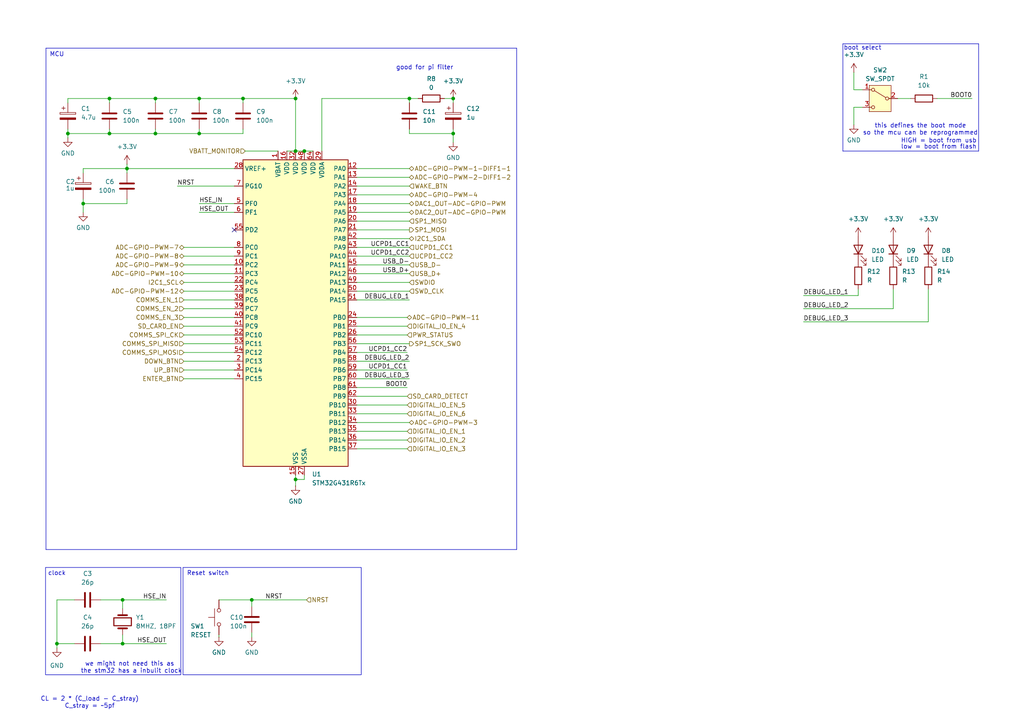
<source format=kicad_sch>
(kicad_sch (version 20231120) (generator "eeschema") (generator_version "8.0")
  (paper "A4")
  (lib_symbols
    (symbol "+3.3V_1" (power) (pin_numbers hide) (pin_names (offset 0) hide)
      (property "Value" "+3.3V" (at 0 3.556 0))
      (symbol "+3.3V_1_0_1"
        (polyline (pts (xy -0.762 1.27) (xy 0 2.54)))
        (polyline (pts (xy 0 0) (xy 0 2.54)))
        (polyline (pts (xy 0 2.54) (xy 0.762 1.27)))
      )
      (symbol "+3.3V_1_1_1"
        (pin power_in line (at 0 0 90) (length 0) (name "~") (number "1"))
      )
    )
    (symbol "Device:C" (pin_numbers hide) (pin_names (offset 0.254))
      (property "Reference" "C" (at 0.635 2.54 0))
      (property "Value" "C" (at 0.635 -2.54 0))
      (symbol "C_0_1"
        (polyline (pts (xy -2.032 -0.762) (xy 2.032 -0.762)) (stroke (width 0.508)))
        (polyline (pts (xy -2.032 0.762) (xy 2.032 0.762)) (stroke (width 0.508)))
      )
      (symbol "C_1_1"
        (pin passive line (at 0 3.81 270) (length 2.794) (name "~") (number "1"))
        (pin passive line (at 0 -3.81 90) (length 2.794) (name "~") (number "2"))
      )
    )
    (symbol "Device:C_Polarized" (pin_numbers hide) (pin_names (offset 0.254))
      (property "Reference" "C" (at 0.635 2.54 0))
      (property "Value" "C_Polarized" (at 0.635 -2.54 0))
      (symbol "C_Polarized_0_1"
        (rectangle (start -2.286 0.508) (end 2.286 1.016))
        (polyline (pts (xy -1.778 2.286) (xy -0.762 2.286)))
        (polyline (pts (xy -1.27 2.794) (xy -1.27 1.778)))
        (rectangle (start 2.286 -0.508) (end -2.286 -1.016) (fill (type outline)))
      )
      (symbol "C_Polarized_1_1"
        (pin passive line (at 0 3.81 270) (length 2.794) (name "~") (number "1"))
        (pin passive line (at 0 -3.81 90) (length 2.794) (name "~") (number "2"))
      )
    )
    (symbol "Device:Crystal" (pin_numbers hide) (pin_names (offset 1.016) hide)
      (property "Reference" "Y" (at 0 3.81 0))
      (property "Value" "Crystal" (at 0 -3.81 0))
      (symbol "Crystal_0_1"
        (rectangle (start -1.143 2.54) (end 1.143 -2.54) (stroke (width 0.3048)))
        (polyline (pts (xy -2.54 0) (xy -1.905 0)))
        (polyline (pts (xy -1.905 -1.27) (xy -1.905 1.27)) (stroke (width 0.508)))
        (polyline (pts (xy 1.905 -1.27) (xy 1.905 1.27)) (stroke (width 0.508)))
        (polyline (pts (xy 2.54 0) (xy 1.905 0)))
      )
      (symbol "Crystal_1_1"
        (pin passive line (at -3.81 0 0) (length 1.27) (name "1") (number "1"))
        (pin passive line (at 3.81 0 180) (length 1.27) (name "2") (number "2"))
      )
    )
    (symbol "Device:LED" (pin_numbers hide) (pin_names (offset 1.016) hide)
      (property "Reference" "D" (at 0 2.54 0))
      (property "Value" "LED" (at 0 -2.54 0))
      (symbol "LED_0_1"
        (polyline (pts (xy -1.27 -1.27) (xy -1.27 1.27)) (stroke (width 0.254)))
        (polyline (pts (xy -1.27 0) (xy 1.27 0)))
        (polyline (pts (xy 1.27 -1.27) (xy 1.27 1.27) (xy -1.27 0) (xy 1.27 -1.27)) (stroke (width 0.254)))
        (polyline (pts (xy -3.048 -0.762) (xy -4.572 -2.286) (xy -3.81 -2.286) (xy -4.572 -2.286) (xy -4.572 -1.524)))
        (polyline (pts (xy -1.778 -0.762) (xy -3.302 -2.286) (xy -2.54 -2.286) (xy -3.302 -2.286) (xy -3.302 -1.524)))
      )
      (symbol "LED_1_1"
        (pin passive line (at -3.81 0 0) (length 2.54) (name "K") (number "1"))
        (pin passive line (at 3.81 0 180) (length 2.54) (name "A") (number "2"))
      )
    )
    (symbol "Device:R" (pin_numbers hide) (pin_names (offset 0))
      (property "Reference" "R" (at 2.032 0 90))
      (property "Value" "R" (at 0 0 90))
      (symbol "R_0_1"
        (rectangle (start -1.016 -2.54) (end 1.016 2.54) (stroke (width 0.254)))
      )
      (symbol "R_1_1"
        (pin passive line (at 0 3.81 270) (length 1.27) (name "~") (number "1"))
        (pin passive line (at 0 -3.81 90) (length 1.27) (name "~") (number "2"))
      )
    )
    (symbol "GND_1" (power) (pin_numbers hide) (pin_names (offset 0) hide)
      (property "Value" "GND" (at 0 -3.81 0))
      (symbol "GND_1_0_1"
        (polyline (pts (xy 0 0) (xy 0 -1.27) (xy 1.27 -1.27) (xy 0 -2.54) (xy -1.27 -1.27) (xy 0 -1.27)))
      )
      (symbol "GND_1_1_1"
        (pin power_in line (at 0 0 270) (length 0) (name "~") (number "1"))
      )
    )
    (symbol "MCU_ST_STM32G4:STM32G431R6Tx"
      (property "Reference" "U" (at -15.24 46.99 0))
      (property "Value" "STM32G431R6Tx" (at 10.16 46.99 0))
      (symbol "STM32G431R6Tx_0_1"
        (rectangle (start -15.24 -43.18) (end 15.24 45.72) (stroke (width 0.254)) (fill (type background)))
      )
      (symbol "STM32G431R6Tx_1_1"
        (pin power_in line (at -5.08 48.26 270) (length 2.54) (name "VBAT") (number "1"))
        (pin bidirectional line (at -17.78 15.24 0) (length 2.54) (name "PC2") (number "10"))
        (pin bidirectional line (at -17.78 12.7 0) (length 2.54) (name "PC3") (number "11"))
        (pin bidirectional line (at 17.78 43.18 180) (length 2.54) (name "PA0") (number "12"))
        (pin bidirectional line (at 17.78 40.64 180) (length 2.54) (name "PA1") (number "13"))
        (pin bidirectional line (at 17.78 38.1 180) (length 2.54) (name "PA2") (number "14"))
        (pin power_in line (at 0 -45.72 90) (length 2.54) (name "VSS") (number "15"))
        (pin power_in line (at -2.54 48.26 270) (length 2.54) (name "VDD") (number "16"))
        (pin bidirectional line (at 17.78 35.56 180) (length 2.54) (name "PA3") (number "17"))
        (pin bidirectional line (at 17.78 33.02 180) (length 2.54) (name "PA4") (number "18"))
        (pin bidirectional line (at 17.78 30.48 180) (length 2.54) (name "PA5") (number "19"))
        (pin bidirectional line (at -17.78 -12.7 0) (length 2.54) (name "PC13") (number "2"))
        (pin bidirectional line (at 17.78 27.94 180) (length 2.54) (name "PA6") (number "20"))
        (pin bidirectional line (at 17.78 25.4 180) (length 2.54) (name "PA7") (number "21"))
        (pin bidirectional line (at -17.78 10.16 0) (length 2.54) (name "PC4") (number "22"))
        (pin bidirectional line (at -17.78 7.62 0) (length 2.54) (name "PC5") (number "23"))
        (pin bidirectional line (at 17.78 0 180) (length 2.54) (name "PB0") (number "24"))
        (pin bidirectional line (at 17.78 -2.54 180) (length 2.54) (name "PB1") (number "25"))
        (pin bidirectional line (at 17.78 -5.08 180) (length 2.54) (name "PB2") (number "26"))
        (pin power_in line (at 2.54 -45.72 90) (length 2.54) (name "VSSA") (number "27"))
        (pin input line (at -17.78 43.18 0) (length 2.54) (name "VREF+") (number "28"))
        (pin power_in line (at 7.62 48.26 270) (length 2.54) (name "VDDA") (number "29"))
        (pin bidirectional line (at -17.78 -15.24 0) (length 2.54) (name "PC14") (number "3"))
        (pin bidirectional line (at 17.78 -25.4 180) (length 2.54) (name "PB10") (number "30"))
        (pin passive line (at 0 -45.72 90) (length 2.54) hide (name "VSS") (number "31"))
        (pin power_in line (at 0 48.26 270) (length 2.54) (name "VDD") (number "32"))
        (pin bidirectional line (at 17.78 -27.94 180) (length 2.54) (name "PB11") (number "33"))
        (pin bidirectional line (at 17.78 -30.48 180) (length 2.54) (name "PB12") (number "34"))
        (pin bidirectional line (at 17.78 -33.02 180) (length 2.54) (name "PB13") (number "35"))
        (pin bidirectional line (at 17.78 -35.56 180) (length 2.54) (name "PB14") (number "36"))
        (pin bidirectional line (at 17.78 -38.1 180) (length 2.54) (name "PB15") (number "37"))
        (pin bidirectional line (at -17.78 5.08 0) (length 2.54) (name "PC6") (number "38"))
        (pin bidirectional line (at -17.78 2.54 0) (length 2.54) (name "PC7") (number "39"))
        (pin bidirectional line (at -17.78 -17.78 0) (length 2.54) (name "PC15") (number "4"))
        (pin bidirectional line (at -17.78 0 0) (length 2.54) (name "PC8") (number "40"))
        (pin bidirectional line (at -17.78 -2.54 0) (length 2.54) (name "PC9") (number "41"))
        (pin bidirectional line (at 17.78 22.86 180) (length 2.54) (name "PA8") (number "42"))
        (pin bidirectional line (at 17.78 20.32 180) (length 2.54) (name "PA9") (number "43"))
        (pin bidirectional line (at 17.78 17.78 180) (length 2.54) (name "PA10") (number "44"))
        (pin bidirectional line (at 17.78 15.24 180) (length 2.54) (name "PA11") (number "45"))
        (pin bidirectional line (at 17.78 12.7 180) (length 2.54) (name "PA12") (number "46"))
        (pin passive line (at 0 -45.72 90) (length 2.54) hide (name "VSS") (number "47"))
        (pin power_in line (at 2.54 48.26 270) (length 2.54) (name "VDD") (number "48"))
        (pin bidirectional line (at 17.78 10.16 180) (length 2.54) (name "PA13") (number "49"))
        (pin bidirectional line (at -17.78 33.02 0) (length 2.54) (name "PF0") (number "5"))
        (pin bidirectional line (at 17.78 7.62 180) (length 2.54) (name "PA14") (number "50"))
        (pin bidirectional line (at 17.78 5.08 180) (length 2.54) (name "PA15") (number "51"))
        (pin bidirectional line (at -17.78 -5.08 0) (length 2.54) (name "PC10") (number "52"))
        (pin bidirectional line (at -17.78 -7.62 0) (length 2.54) (name "PC11") (number "53"))
        (pin bidirectional line (at -17.78 -10.16 0) (length 2.54) (name "PC12") (number "54"))
        (pin bidirectional line (at -17.78 25.4 0) (length 2.54) (name "PD2") (number "55"))
        (pin bidirectional line (at 17.78 -7.62 180) (length 2.54) (name "PB3") (number "56"))
        (pin bidirectional line (at 17.78 -10.16 180) (length 2.54) (name "PB4") (number "57"))
        (pin bidirectional line (at 17.78 -12.7 180) (length 2.54) (name "PB5") (number "58"))
        (pin bidirectional line (at 17.78 -15.24 180) (length 2.54) (name "PB6") (number "59"))
        (pin bidirectional line (at -17.78 30.48 0) (length 2.54) (name "PF1") (number "6"))
        (pin bidirectional line (at 17.78 -17.78 180) (length 2.54) (name "PB7") (number "60"))
        (pin bidirectional line (at 17.78 -20.32 180) (length 2.54) (name "PB8") (number "61"))
        (pin bidirectional line (at 17.78 -22.86 180) (length 2.54) (name "PB9") (number "62"))
        (pin passive line (at 0 -45.72 90) (length 2.54) hide (name "VSS") (number "63"))
        (pin power_in line (at 5.08 48.26 270) (length 2.54) (name "VDD") (number "64"))
        (pin bidirectional line (at -17.78 38.1 0) (length 2.54) (name "PG10") (number "7"))
        (pin bidirectional line (at -17.78 20.32 0) (length 2.54) (name "PC0") (number "8"))
        (pin bidirectional line (at -17.78 17.78 0) (length 2.54) (name "PC1") (number "9"))
      )
    )
    (symbol "SW_SPDT_1" (pin_names (offset 0) hide)
      (property "Reference" "SW" (at 0 5.08 0))
      (property "Value" "SW_SPDT" (at 0 -5.08 0))
      (symbol "SW_SPDT_1_0_1"
        (circle (center -2.032 0) (radius 0.4572))
        (polyline (pts (xy -1.651 0.254) (xy 1.651 2.286)))
        (circle (center 2.032 -2.54) (radius 0.4572))
        (circle (center 2.032 2.54) (radius 0.4572))
      )
      (symbol "SW_SPDT_1_1_1"
        (rectangle (start -3.175 3.81) (end 3.175 -3.81) (fill (type background)))
        (pin passive line (at 5.08 2.54 180) (length 2.54) (name "A") (number "1"))
        (pin passive line (at -5.08 0 0) (length 2.54) (name "B") (number "2"))
        (pin passive line (at 5.08 -2.54 180) (length 2.54) (name "C") (number "3"))
      )
    )
    (symbol "Switch:SW_Push" (pin_numbers hide) (pin_names (offset 1.016) hide)
      (property "Reference" "SW" (at 1.27 2.54 0))
      (property "Value" "SW_Push" (at 0 -1.524 0))
      (symbol "SW_Push_0_1"
        (circle (center -2.032 0) (radius 0.508))
        (polyline (pts (xy 0 1.27) (xy 0 3.048)))
        (polyline (pts (xy 2.54 1.27) (xy -2.54 1.27)))
        (circle (center 2.032 0) (radius 0.508))
        (pin passive line (at -5.08 0 0) (length 2.54) (name "1") (number "1"))
        (pin passive line (at 5.08 0 180) (length 2.54) (name "2") (number "2"))
      )
    )
    (symbol "power:+3.3V" (power) (pin_numbers hide) (pin_names (offset 0) hide)
      (property "Value" "+3.3V" (at 0 3.556 0))
      (symbol "+3.3V_0_1"
        (polyline (pts (xy -0.762 1.27) (xy 0 2.54)))
        (polyline (pts (xy 0 0) (xy 0 2.54)))
        (polyline (pts (xy 0 2.54) (xy 0.762 1.27)))
      )
      (symbol "+3.3V_1_1"
        (pin power_in line (at 0 0 90) (length 0) (name "~") (number "1"))
      )
    )
    (symbol "power:GND" (power) (pin_names (offset 0))
      (property "Value" "GND" (at 0 -3.81 0))
      (symbol "GND_0_1"
        (polyline (pts (xy 0 0) (xy 0 -1.27) (xy 1.27 -1.27) (xy 0 -2.54) (xy -1.27 -1.27) (xy 0 -1.27)))
      )
      (symbol "GND_1_1"
        (pin power_in line (at 0 0 270) (length 0) hide (name "GND") (number "1"))
      )
    )
  )
  (junction (at 131.445 28.575))
  (junction (at 88.265 43.815))
  (junction (at 85.725 28.575))
  (junction (at 36.83 48.895))
  (junction (at 70.485 28.575))
  (junction (at 24.13 59.055))
  (junction (at 45.085 28.575))
  (junction (at 131.445 38.735))
  (junction (at 85.725 139.065))
  (junction (at 57.785 28.575))
  (junction (at 118.745 28.575))
  (junction (at 85.725 43.815))
  (junction (at 19.685 38.735))
  (junction (at 35.56 186.69))
  (junction (at 57.785 38.735))
  (junction (at 73.025 173.99))
  (junction (at 31.75 38.735))
  (junction (at 45.085 38.735))
  (junction (at 35.56 173.99))
  (junction (at 31.75 28.575))
  (junction (at 16.51 186.69))
  (no_connect (at 67.945 66.675))
  (wire (pts (xy 67.945 109.855) (xy 53.34 109.855)))
  (wire (pts (xy 233.045 89.535) (xy 259.08 89.535)))
  (wire (pts (xy 103.505 122.555) (xy 118.745 122.555)))
  (wire (pts (xy 103.505 48.895) (xy 118.745 48.895)))
  (wire (pts (xy 67.945 104.775) (xy 53.34 104.775)))
  (wire (pts (xy 67.945 71.755) (xy 53.34 71.755)))
  (wire (pts (xy 118.11 130.175) (xy 103.505 130.175)))
  (wire (pts (xy 93.345 28.575) (xy 93.345 43.815)))
  (wire (pts (xy 21.59 186.69) (xy 16.51 186.69)))
  (wire (pts (xy 67.945 102.235) (xy 53.34 102.235)))
  (wire (pts (xy 103.505 66.675) (xy 118.745 66.675)))
  (wire (pts (xy 19.685 40.005) (xy 19.685 38.735)))
  (wire (pts (xy 36.83 47.625) (xy 36.83 48.895)))
  (polyline (pts (xy 13.335 159.385) (xy 149.86 159.385)))
  (wire (pts (xy 103.505 99.695) (xy 118.745 99.695)))
  (wire (pts (xy 250.19 26.035) (xy 247.65 26.035)))
  (wire (pts (xy 35.56 184.15) (xy 35.56 186.69)))
  (wire (pts (xy 233.045 85.725) (xy 248.92 85.725)))
  (wire (pts (xy 45.085 38.735) (xy 45.085 37.465)))
  (wire (pts (xy 118.11 125.095) (xy 103.505 125.095)))
  (wire (pts (xy 85.725 137.795) (xy 85.725 139.065)))
  (wire (pts (xy 118.11 114.935) (xy 103.505 114.935)))
  (wire (pts (xy 53.34 97.155) (xy 67.945 97.155)))
  (wire (pts (xy 57.785 37.465) (xy 57.785 38.735)))
  (wire (pts (xy 16.51 186.69) (xy 16.51 187.96)))
  (wire (pts (xy 45.085 38.735) (xy 31.75 38.735)))
  (wire (pts (xy 103.505 69.215) (xy 118.745 69.215)))
  (wire (pts (xy 57.785 28.575) (xy 70.485 28.575)))
  (wire (pts (xy 118.11 97.155) (xy 103.505 97.155)))
  (wire (pts (xy 121.285 28.575) (xy 118.745 28.575)))
  (wire (pts (xy 131.445 28.575) (xy 128.905 28.575)))
  (wire (pts (xy 269.24 83.82) (xy 269.24 93.345)))
  (wire (pts (xy 57.785 61.595) (xy 67.945 61.595)))
  (wire (pts (xy 53.34 99.695) (xy 67.945 99.695)))
  (wire (pts (xy 118.745 28.575) (xy 93.345 28.575)))
  (wire (pts (xy 131.445 29.845) (xy 131.445 28.575)))
  (wire (pts (xy 260.35 28.575) (xy 264.16 28.575)))
  (polyline (pts (xy 13.335 13.97) (xy 149.86 13.97)))
  (wire (pts (xy 45.085 28.575) (xy 57.785 28.575)))
  (wire (pts (xy 103.505 86.995) (xy 118.745 86.995)))
  (wire (pts (xy 85.725 139.065) (xy 88.265 139.065)))
  (wire (pts (xy 67.945 94.615) (xy 53.34 94.615)))
  (wire (pts (xy 63.5 184.785) (xy 63.5 184.15)))
  (wire (pts (xy 247.65 20.955) (xy 247.65 26.035)))
  (polyline (pts (xy 283.845 43.815) (xy 283.845 12.7)))
  (wire (pts (xy 53.34 89.535) (xy 67.945 89.535)))
  (wire (pts (xy 103.505 104.775) (xy 118.745 104.775)))
  (wire (pts (xy 16.51 173.99) (xy 16.51 186.69)))
  (wire (pts (xy 247.65 31.115) (xy 247.65 36.195)))
  (wire (pts (xy 24.13 48.895) (xy 24.13 50.165)))
  (wire (pts (xy 57.785 28.575) (xy 57.785 29.845)))
  (wire (pts (xy 103.505 79.375) (xy 118.745 79.375)))
  (wire (pts (xy 85.725 139.065) (xy 85.725 140.97)))
  (wire (pts (xy 233.045 93.345) (xy 269.24 93.345)))
  (wire (pts (xy 24.13 59.055) (xy 24.13 61.595)))
  (wire (pts (xy 71.12 43.815) (xy 80.645 43.815)))
  (wire (pts (xy 103.505 71.755) (xy 118.745 71.755)))
  (wire (pts (xy 67.945 107.315) (xy 53.34 107.315)))
  (wire (pts (xy 88.265 43.815) (xy 90.805 43.815)))
  (polyline (pts (xy 13.335 13.97) (xy 13.335 159.385)))
  (polyline (pts (xy 149.86 159.385) (xy 149.86 13.97)))
  (wire (pts (xy 19.685 29.845) (xy 19.685 28.575)))
  (wire (pts (xy 103.505 76.835) (xy 118.745 76.835)))
  (wire (pts (xy 118.745 38.735) (xy 118.745 37.465)))
  (wire (pts (xy 118.745 29.845) (xy 118.745 28.575)))
  (wire (pts (xy 24.13 59.055) (xy 36.83 59.055)))
  (wire (pts (xy 35.56 186.69) (xy 29.21 186.69)))
  (wire (pts (xy 271.78 28.575) (xy 281.94 28.575)))
  (polyline (pts (xy 244.475 43.815) (xy 283.845 43.815)))
  (wire (pts (xy 118.11 127.635) (xy 103.505 127.635)))
  (wire (pts (xy 88.265 137.795) (xy 88.265 139.065)))
  (wire (pts (xy 36.83 50.165) (xy 36.83 48.895)))
  (wire (pts (xy 53.34 74.295) (xy 67.945 74.295)))
  (wire (pts (xy 24.13 59.055) (xy 24.13 57.785)))
  (wire (pts (xy 53.34 79.375) (xy 67.945 79.375)))
  (wire (pts (xy 24.13 48.895) (xy 36.83 48.895)))
  (wire (pts (xy 70.485 29.845) (xy 70.485 28.575)))
  (wire (pts (xy 103.505 107.315) (xy 118.11 107.315)))
  (wire (pts (xy 53.34 76.835) (xy 67.945 76.835)))
  (wire (pts (xy 67.945 92.075) (xy 53.34 92.075)))
  (wire (pts (xy 103.505 53.975) (xy 118.745 53.975)))
  (wire (pts (xy 118.11 94.615) (xy 103.505 94.615)))
  (wire (pts (xy 70.485 28.575) (xy 85.725 28.575)))
  (wire (pts (xy 48.26 186.69) (xy 35.56 186.69)))
  (wire (pts (xy 21.59 173.99) (xy 16.51 173.99)))
  (wire (pts (xy 85.725 28.575) (xy 85.725 43.815)))
  (wire (pts (xy 259.08 83.82) (xy 259.08 89.535)))
  (wire (pts (xy 103.505 59.055) (xy 118.745 59.055)))
  (wire (pts (xy 73.025 183.515) (xy 73.025 184.785)))
  (wire (pts (xy 53.34 86.995) (xy 67.945 86.995)))
  (wire (pts (xy 31.75 38.735) (xy 31.75 37.465)))
  (wire (pts (xy 118.11 117.475) (xy 103.505 117.475)))
  (wire (pts (xy 63.5 173.99) (xy 73.025 173.99)))
  (wire (pts (xy 83.185 43.815) (xy 85.725 43.815)))
  (wire (pts (xy 103.505 102.235) (xy 118.11 102.235)))
  (wire (pts (xy 31.75 29.845) (xy 31.75 28.575)))
  (wire (pts (xy 250.19 31.115) (xy 247.65 31.115)))
  (wire (pts (xy 73.025 173.99) (xy 88.9 173.99)))
  (wire (pts (xy 31.75 28.575) (xy 45.085 28.575)))
  (wire (pts (xy 248.92 83.82) (xy 248.92 85.725)))
  (wire (pts (xy 118.11 112.395) (xy 103.505 112.395)))
  (wire (pts (xy 35.56 176.53) (xy 35.56 173.99)))
  (wire (pts (xy 103.505 61.595) (xy 118.745 61.595)))
  (wire (pts (xy 57.785 38.735) (xy 70.485 38.735)))
  (wire (pts (xy 45.085 29.845) (xy 45.085 28.575)))
  (wire (pts (xy 131.445 38.735) (xy 131.445 41.275)))
  (wire (pts (xy 85.725 43.815) (xy 88.265 43.815)))
  (wire (pts (xy 103.505 74.295) (xy 118.745 74.295)))
  (wire (pts (xy 70.485 38.735) (xy 70.485 37.465)))
  (wire (pts (xy 53.34 84.455) (xy 67.945 84.455)))
  (wire (pts (xy 103.505 51.435) (xy 118.745 51.435)))
  (wire (pts (xy 118.11 92.075) (xy 103.505 92.075)))
  (wire (pts (xy 19.685 28.575) (xy 31.75 28.575)))
  (wire (pts (xy 103.505 81.915) (xy 118.745 81.915)))
  (wire (pts (xy 45.085 38.735) (xy 57.785 38.735)))
  (wire (pts (xy 36.83 48.895) (xy 67.945 48.895)))
  (wire (pts (xy 131.445 38.735) (xy 131.445 37.465)))
  (wire (pts (xy 36.83 59.055) (xy 36.83 57.785)))
  (wire (pts (xy 103.505 120.015) (xy 118.11 120.015)))
  (polyline (pts (xy 244.475 12.7) (xy 244.475 43.815)))
  (wire (pts (xy 51.435 53.975) (xy 67.945 53.975)))
  (wire (pts (xy 53.34 81.915) (xy 67.945 81.915)))
  (wire (pts (xy 57.785 59.055) (xy 67.945 59.055)))
  (wire (pts (xy 103.505 84.455) (xy 118.745 84.455)))
  (wire (pts (xy 31.75 38.735) (xy 19.685 38.735)))
  (wire (pts (xy 35.56 173.99) (xy 29.21 173.99)))
  (wire (pts (xy 118.745 38.735) (xy 131.445 38.735)))
  (wire (pts (xy 19.685 38.735) (xy 19.685 37.465)))
  (wire (pts (xy 73.025 173.99) (xy 73.025 175.895)))
  (polyline (pts (xy 244.475 12.7) (xy 283.845 12.7)))
  (wire (pts (xy 103.505 109.855) (xy 118.745 109.855)))
  (wire (pts (xy 103.505 64.135) (xy 118.745 64.135)))
  (wire (pts (xy 103.505 56.515) (xy 118.745 56.515)))
  (wire (pts (xy 48.26 173.99) (xy 35.56 173.99)))
  (rectangle (start 53.086 164.592) (end 104.775 195.707))
  (rectangle (start 13.208 164.592) (end 52.451 195.707))
  (text_box "there are 2 SPI buses one for the digital out sensors and one for comms\nthis was done because its more likely one of the comms sensors will go dark and fuck up the bus, and in event of that we need a \"clean\" spi bus for sending this info to the comms module\nthe SD card is also on this for the same reason\n\nlarger mcu to avoid having to multiplex pins\n\nG4 has a boot loader <- allows over the air reprogramming\n\nthe USB PD dead batt lines arent needed but make the routing so much easier" (at -65.024 25.908 0) (size 57.404 92.202) (effects (font (size 1.27 1.27)) (justify left top)))
  (text "good for pi filter" (at 123.19 19.685 0) (effects (font (size 1.27 1.27))))
  (text "boot select\n" (at 250.19 13.97 0) (effects (font (size 1.27 1.27))))
  (text "clock\n" (at 16.51 166.37 0) (effects (font (size 1.27 1.27))))
  (text "MCU\n" (at 16.51 15.875 0) (effects (font (size 1.27 1.27))))
  (text "Reset switch\n" (at 60.325 166.37 0) (effects (font (size 1.27 1.27))))
  (text "HIGH = boot from usb" (at 272.288 40.894 0) (effects (font (size 1.27 1.27))))
  (text "CL = 2 * (C_load - C_stray)\nC_stray = ~5pf\n" (at 26.035 203.835 0) (effects (font (size 1.27 1.27))))
  (text "this defines the boot mode\nso the mcu can be reprogrammed" (at 266.954 37.592 0) (effects (font (size 1.27 1.27))))
  (text "low = boot from flash\n" (at 272.288 42.672 0) (effects (font (size 1.27 1.27))))
  (text "we might not need this as \nthe stm32 has a inbulit clock" (at 38.1 193.675 0) (effects (font (size 1.27 1.27))))
  (label "BOOT0" (at 118.11 112.395 180))
  (label "DEBUG_LED_1" (at 233.045 85.725 0))
  (label "USB_D-" (at 118.745 76.835 180))
  (label "DEBUG_LED_3" (at 118.745 109.855 180))
  (label "HSE_OUT" (at 57.785 61.595 0))
  (label "USB_D+" (at 118.745 79.375 180))
  (label "DEBUG_LED_2" (at 118.745 104.775 180))
  (label "DEBUG_LED_2" (at 233.045 89.535 0))
  (label "NRST" (at 81.915 173.99 180))
  (label "UCPD1_CC1" (at 118.745 71.755 180))
  (label "BOOT0" (at 281.94 28.575 180))
  (label "UCPD1_CC1" (at 118.11 107.315 180))
  (label "HSE_IN" (at 57.785 59.055 0))
  (label "DEBUG_LED_3" (at 233.045 93.345 0))
  (label "UCPD1_CC2" (at 118.745 74.295 180))
  (label "UCPD1_CC2" (at 118.11 102.235 180))
  (label "HSE_OUT" (at 48.26 186.69 180))
  (label "DEBUG_LED_1" (at 118.745 86.995 180))
  (label "HSE_IN" (at 48.26 173.99 180))
  (label "NRST" (at 51.435 53.975 0))
  (hierarchical_label "ENTER_BTN" (shape input) (at 53.34 109.855 180))
  (hierarchical_label "SWD_CLK" (shape input) (at 118.745 84.455 0))
  (hierarchical_label "COMMS_SPI_MISO" (shape input) (at 53.34 99.695 180))
  (hierarchical_label "DAC1_OUT-ADC-GPIO-PWM" (shape bidirectional) (at 118.745 59.055 0))
  (hierarchical_label "ADC-GPIO-PWM-4" (shape bidirectional) (at 118.745 56.515 0))
  (hierarchical_label "DIGITAL_IO_EN_1" (shape input) (at 118.11 125.095 0))
  (hierarchical_label "USB_D-" (shape input) (at 118.745 76.835 0))
  (hierarchical_label "NRST" (shape input) (at 88.9 173.99 0))
  (hierarchical_label "UCPD1_CC1" (shape input) (at 118.745 71.755 0))
  (hierarchical_label "I2C1_SCL" (shape bidirectional) (at 53.34 81.915 180))
  (hierarchical_label "DIGITAL_IO_EN_3" (shape input) (at 118.11 130.175 0))
  (hierarchical_label "I2C1_SDA" (shape bidirectional) (at 118.745 69.215 0))
  (hierarchical_label "SD_CARD_EN" (shape input) (at 53.34 94.615 180))
  (hierarchical_label "PWR_STATUS" (shape input) (at 118.11 97.155 0))
  (hierarchical_label "DIGITAL_IO_EN_5" (shape input) (at 118.11 117.475 0))
  (hierarchical_label "VBATT_MONITOR" (shape input) (at 71.12 43.815 180))
  (hierarchical_label "ADC-GPIO-PWM-8" (shape bidirectional) (at 53.34 74.295 180))
  (hierarchical_label "COMMS_EN_1" (shape input) (at 53.34 86.995 180))
  (hierarchical_label "SP1_MISO" (shape input) (at 118.745 64.135 0))
  (hierarchical_label "ADC-GPIO-PWM-9" (shape bidirectional) (at 53.34 76.835 180))
  (hierarchical_label "SP1_MOSI" (shape output) (at 118.745 66.675 0))
  (hierarchical_label "ADC-GPIO-PWM-10" (shape bidirectional) (at 53.34 79.375 180))
  (hierarchical_label "COMMS_SPI_CK" (shape input) (at 53.34 97.155 180))
  (hierarchical_label "COMMS_EN_3" (shape input) (at 53.34 92.075 180))
  (hierarchical_label "ADC-GPIO-PWM-7" (shape bidirectional) (at 53.34 71.755 180))
  (hierarchical_label "SD_CARD_DETECT" (shape input) (at 118.11 114.935 0))
  (hierarchical_label "WAKE_BTN" (shape input) (at 118.745 53.975 0))
  (hierarchical_label "ADC-GPIO-PWM-2-DIFF1-2" (shape bidirectional) (at 118.745 51.435 0))
  (hierarchical_label "COMMS_EN_2" (shape input) (at 53.34 89.535 180))
  (hierarchical_label "ADC-GPIO-PWM-1-DIFF1-1" (shape bidirectional) (at 118.745 48.895 0))
  (hierarchical_label "UCPD1_CC2" (shape input) (at 118.745 74.295 0))
  (hierarchical_label "DIGITAL_IO_EN_4" (shape input) (at 118.11 94.615 0))
  (hierarchical_label "DAC2_OUT-ADC-GPIO-PWM" (shape bidirectional) (at 118.745 61.595 0))
  (hierarchical_label "DIGITAL_IO_EN_6" (shape input) (at 118.11 120.015 0))
  (hierarchical_label "USB_D+" (shape input) (at 118.745 79.375 0))
  (hierarchical_label "SWDIO" (shape input) (at 118.745 81.915 0))
  (hierarchical_label "ADC-GPIO-PWM-3" (shape bidirectional) (at 118.745 122.555 0))
  (hierarchical_label "ADC-GPIO-PWM-11" (shape bidirectional) (at 118.11 92.075 0))
  (hierarchical_label "ADC-GPIO-PWM-12" (shape bidirectional) (at 53.34 84.455 180))
  (hierarchical_label "UP_BTN" (shape input) (at 53.34 107.315 180))
  (hierarchical_label "DIGITAL_IO_EN_2" (shape input) (at 118.11 127.635 0))
  (hierarchical_label "COMMS_SPI_MOSI" (shape input) (at 53.34 102.235 180))
  (hierarchical_label "SP1_SCK_SWO" (shape output) (at 118.745 99.695 0))
  (hierarchical_label "DOWN_BTN" (shape input) (at 53.34 104.775 180))
  (symbol (lib_id "Device:C_Polarized") (at 131.445 33.655 0) (unit 1)
    (property "Reference" "C12" (at 135.255 31.496 0) (effects (justify left)))
    (property "Value" "1u" (at 135.255 34.036 0) (effects (justify left)))
    (property "Footprint" "Capacitor_SMD:C_0603_1608Metric_Pad1.08x0.95mm_HandSolder" (effects (hide yes)))
  )
  (symbol (lib_name "+3.3V_1") (lib_id "power:+3.3V") (at 85.725 28.575 0) (unit 1)
    (property "Reference" "#PWR021" (effects (hide yes)))
    (property "Value" "+3.3V" (at 85.725 23.495 0))
    (property "Description" "Power symbol creates a global label with name \"+3.3V\"" (effects (hide yes)))
  )
  (symbol (lib_id "Device:LED") (at 259.08 72.39 90) (unit 1)
    (property "Reference" "D9" (at 262.89 72.7074 90) (effects (justify right)))
    (property "Value" "LED" (at 262.89 75.2474 90) (effects (justify right)))
    (property "Footprint" "LED_SMD:LED_0603_1608Metric" (effects (hide yes)))
    (property "Description" "Light emitting diode" (effects (hide yes)))
  )
  (symbol (lib_id "Device:LED") (at 269.24 72.39 90) (unit 1)
    (property "Reference" "D8" (at 273.05 72.7074 90) (effects (justify right)))
    (property "Value" "LED" (at 273.05 75.2474 90) (effects (justify right)))
    (property "Footprint" "LED_SMD:LED_0603_1608Metric" (effects (hide yes)))
    (property "Description" "Light emitting diode" (effects (hide yes)))
  )
  (symbol (lib_id "Device:C") (at 73.025 179.705 180) (unit 1)
    (property "Reference" "C10" (at 66.675 179.07 0) (effects (justify right)))
    (property "Value" "100n" (at 66.675 181.61 0) (effects (justify right)))
    (property "Footprint" "Capacitor_SMD:C_0603_1608Metric_Pad1.08x0.95mm_HandSolder" (effects (hide yes)))
  )
  (symbol (lib_name "GND_1") (lib_id "power:GND") (at 247.65 36.195 0) (unit 1)
    (property "Reference" "#PWR026" (effects (hide yes)))
    (property "Value" "GND" (at 247.65 40.64 0))
    (property "Description" "Power symbol creates a global label with name \"GND\" , ground" (effects (hide yes)))
  )
  (symbol (lib_name "GND_1") (lib_id "power:GND") (at 85.725 140.97 0) (unit 1)
    (property "Reference" "#PWR022" (effects (hide yes)))
    (property "Value" "GND" (at 85.725 145.415 0))
    (property "Description" "Power symbol creates a global label with name \"GND\" , ground" (effects (hide yes)))
  )
  (symbol (lib_id "Device:R") (at 259.08 80.01 0) (unit 1)
    (property "Reference" "R13" (at 261.62 78.7399 0) (effects (justify left)))
    (property "Value" "R" (at 261.62 81.2799 0) (effects (justify left)))
    (property "Footprint" "Resistor_SMD:R_0603_1608Metric_Pad0.98x0.95mm_HandSolder" (effects (hide yes)))
    (property "Description" "Resistor" (effects (hide yes)))
  )
  (symbol (lib_id "Device:C") (at 25.4 186.69 270) (mirror x) (unit 1)
    (property "Reference" "C4" (at 25.4 179.07 90))
    (property "Value" "26p" (at 25.4 181.61 90))
    (property "Footprint" "Capacitor_SMD:C_0603_1608Metric_Pad1.08x0.95mm_HandSolder" (effects (hide yes)))
  )
  (symbol (lib_id "Device:C") (at 45.085 33.655 0) (unit 1)
    (property "Reference" "C7" (at 48.895 32.385 0) (effects (justify left)))
    (property "Value" "100n" (at 48.895 34.925 0) (effects (justify left)))
    (property "Footprint" "Capacitor_SMD:C_0603_1608Metric_Pad1.08x0.95mm_HandSolder" (effects (hide yes)))
  )
  (symbol (lib_id "Device:C") (at 36.83 53.975 0) (unit 1)
    (property "Reference" "C6" (at 30.48 52.705 0) (effects (justify left)))
    (property "Value" "100n" (at 28.575 55.245 0) (effects (justify left)))
    (property "Footprint" "Capacitor_SMD:C_0603_1608Metric_Pad1.08x0.95mm_HandSolder" (effects (hide yes)))
  )
  (symbol (lib_id "Device:C") (at 57.785 33.655 0) (unit 1)
    (property "Reference" "C8" (at 61.595 32.385 0) (effects (justify left)))
    (property "Value" "100n" (at 61.595 34.925 0) (effects (justify left)))
    (property "Footprint" "Capacitor_SMD:C_0603_1608Metric_Pad1.08x0.95mm_HandSolder" (effects (hide yes)))
  )
  (symbol (lib_id "power:+3.3V") (at 269.24 68.58 0) (unit 1)
    (property "Reference" "#PWR031" (effects (hide yes)))
    (property "Value" "+3.3V" (at 269.24 63.5 0))
    (property "Description" "Power symbol creates a global label with name \"+3.3V\"" (effects (hide yes)))
  )
  (symbol (lib_id "Device:C") (at 25.4 173.99 270) (mirror x) (unit 1)
    (property "Reference" "C3" (at 25.4 166.37 90))
    (property "Value" "26p" (at 25.4 168.91 90))
    (property "Footprint" "Capacitor_SMD:C_0603_1608Metric_Pad1.08x0.95mm_HandSolder" (effects (hide yes)))
  )
  (symbol (lib_id "Device:Crystal") (at 35.56 180.34 90) (unit 1)
    (property "Reference" "Y1" (at 39.37 179.07 90) (effects (justify right)))
    (property "Value" "8MHZ, 18PF" (at 39.37 181.61 90) (effects (justify right)))
    (property "Footprint" "Crystal:Crystal_SMD_TXC_7A-2Pin_5x3.2mm" (effects (hide yes)))
    (property "Datasheet" "https://abracon.com/Resonators/ABM3.pdf" (effects (hide yes)))
  )
  (symbol (lib_id "power:+3.3V") (at 248.92 68.58 0) (unit 1)
    (property "Reference" "#PWR029" (effects (hide yes)))
    (property "Value" "+3.3V" (at 248.92 63.5 0))
    (property "Description" "Power symbol creates a global label with name \"+3.3V\"" (effects (hide yes)))
  )
  (symbol (lib_id "Device:R") (at 269.24 80.01 0) (unit 1)
    (property "Reference" "R14" (at 271.78 78.7399 0) (effects (justify left)))
    (property "Value" "R" (at 271.78 81.2799 0) (effects (justify left)))
    (property "Footprint" "Resistor_SMD:R_0603_1608Metric_Pad0.98x0.95mm_HandSolder" (effects (hide yes)))
    (property "Description" "Resistor" (effects (hide yes)))
  )
  (symbol (lib_name "GND_1") (lib_id "power:GND") (at 73.025 184.785 0) (unit 1)
    (property "Reference" "#PWR020" (effects (hide yes)))
    (property "Value" "GND" (at 73.025 189.23 0))
    (property "Description" "Power symbol creates a global label with name \"GND\" , ground" (effects (hide yes)))
  )
  (symbol (lib_id "Device:R") (at 125.095 28.575 270) (unit 1)
    (property "Reference" "R8" (at 125.095 22.86 90))
    (property "Value" "0" (at 125.095 25.4 90))
    (property "Footprint" "Resistor_SMD:R_0603_1608Metric" (effects (hide yes)))
    (property "Description" "Resistor" (effects (hide yes)))
  )
  (symbol (lib_name "SW_SPDT_1") (lib_id "Switch:SW_SPDT") (at 255.27 28.575 0) (mirror y) (unit 1)
    (property "Reference" "SW2" (at 255.27 20.32 0))
    (property "Value" "SW_SPDT" (at 255.27 22.86 0))
    (property "Footprint" "Button_Switch_THT:SW_Slide_SPDT_Angled_CK_OS102011MA1Q" (effects (hide yes)))
    (property "Description" "Switch, single pole double throw" (effects (hide yes)))
  )
  (symbol (lib_id "Device:C_Polarized") (at 24.13 53.975 0) (unit 1)
    (property "Reference" "C2" (at 19.05 52.705 0) (effects (justify left)))
    (property "Value" "1u" (at 19.05 54.61 0) (effects (justify left)))
    (property "Footprint" "Capacitor_SMD:C_0603_1608Metric_Pad1.08x0.95mm_HandSolder" (effects (hide yes)))
  )
  (symbol (lib_id "Device:C") (at 31.75 33.655 0) (unit 1)
    (property "Reference" "C5" (at 35.56 32.385 0) (effects (justify left)))
    (property "Value" "100n" (at 35.56 34.925 0) (effects (justify left)))
    (property "Footprint" "Capacitor_SMD:C_0603_1608Metric_Pad1.08x0.95mm_HandSolder" (effects (hide yes)))
  )
  (symbol (lib_name "+3.3V_1") (lib_id "power:+3.3V") (at 36.83 47.625 0) (unit 1)
    (property "Reference" "#PWR018" (effects (hide yes)))
    (property "Value" "+3.3V" (at 36.83 42.545 0))
    (property "Description" "Power symbol creates a global label with name \"+3.3V\"" (effects (hide yes)))
  )
  (symbol (lib_name "GND_1") (lib_id "power:GND") (at 24.13 61.595 0) (unit 1)
    (property "Reference" "#PWR017" (effects (hide yes)))
    (property "Value" "GND" (at 24.13 66.04 0))
    (property "Description" "Power symbol creates a global label with name \"GND\" , ground" (effects (hide yes)))
  )
  (symbol (lib_id "Device:R") (at 267.97 28.575 90) (unit 1)
    (property "Reference" "R1" (at 267.97 22.225 90))
    (property "Value" "10k" (at 267.97 24.765 90))
    (property "Footprint" "Resistor_SMD:R_0603_1608Metric_Pad0.98x0.95mm_HandSolder" (effects (hide yes)))
  )
  (symbol (lib_name "+3.3V_1") (lib_id "power:+3.3V") (at 131.445 28.575 0) (unit 1)
    (property "Reference" "#PWR023" (effects (hide yes)))
    (property "Value" "+3.3V" (at 131.445 23.495 0))
    (property "Description" "Power symbol creates a global label with name \"+3.3V\"" (effects (hide yes)))
  )
  (symbol (lib_id "MCU_ST_STM32G4:STM32G431R6Tx") (at 85.725 92.075 0) (unit 1)
    (property "Reference" "U1" (at 90.4591 137.541 0) (effects (justify left)))
    (property "Value" "STM32G431R6Tx" (at 90.4591 140.081 0) (effects (justify left)))
    (property "Footprint" "Package_QFP:LQFP-64_10x10mm_P0.5mm" (effects (hide yes)))
    (property "Datasheet" "https://www.st.com/resource/en/datasheet/stm32g431r6.pdf" (effects (hide yes)))
    (property "Description" "STMicroelectronics Arm Cortex-M4 MCU, 32KB flash, 32KB RAM, 170 MHz, 1.71-3.6V, 52 GPIO, LQFP64" (effects (hide yes)))
  )
  (symbol (lib_id "Device:C_Polarized") (at 19.685 33.655 0) (unit 1)
    (property "Reference" "C1" (at 23.495 31.496 0) (effects (justify left)))
    (property "Value" "4.7u" (at 23.495 34.036 0) (effects (justify left)))
    (property "Footprint" "Capacitor_SMD:C_0603_1608Metric_Pad1.08x0.95mm_HandSolder" (effects (hide yes)))
  )
  (symbol (lib_id "Device:LED") (at 248.92 72.39 90) (unit 1)
    (property "Reference" "D10" (at 252.73 72.7074 90) (effects (justify right)))
    (property "Value" "LED" (at 252.73 75.2474 90) (effects (justify right)))
    (property "Footprint" "LED_SMD:LED_0603_1608Metric" (effects (hide yes)))
    (property "Description" "Light emitting diode" (effects (hide yes)))
  )
  (symbol (lib_name "GND_1") (lib_id "power:GND") (at 63.5 184.785 0) (unit 1)
    (property "Reference" "#PWR019" (effects (hide yes)))
    (property "Value" "GND" (at 63.5 189.23 0))
    (property "Description" "Power symbol creates a global label with name \"GND\" , ground" (effects (hide yes)))
  )
  (symbol (lib_id "power:GND") (at 16.51 187.96 0) (mirror y) (unit 1)
    (property "Reference" "#PWR015" (effects (hide yes)))
    (property "Value" "GND" (at 16.51 193.04 0))
  )
  (symbol (lib_id "power:+3.3V") (at 259.08 68.58 0) (unit 1)
    (property "Reference" "#PWR030" (effects (hide yes)))
    (property "Value" "+3.3V" (at 259.08 63.5 0))
    (property "Description" "Power symbol creates a global label with name \"+3.3V\"" (effects (hide yes)))
  )
  (symbol (lib_name "GND_1") (lib_id "power:GND") (at 131.445 41.275 0) (unit 1)
    (property "Reference" "#PWR024" (effects (hide yes)))
    (property "Value" "GND" (at 131.445 45.72 0))
    (property "Description" "Power symbol creates a global label with name \"GND\" , ground" (effects (hide yes)))
  )
  (symbol (lib_id "Device:R") (at 248.92 80.01 0) (unit 1)
    (property "Reference" "R12" (at 251.46 78.7399 0) (effects (justify left)))
    (property "Value" "R" (at 251.46 81.2799 0) (effects (justify left)))
    (property "Footprint" "Resistor_SMD:R_0603_1608Metric_Pad0.98x0.95mm_HandSolder" (effects (hide yes)))
    (property "Description" "Resistor" (effects (hide yes)))
  )
  (symbol (lib_name "+3.3V_1") (lib_id "power:+3.3V") (at 247.65 20.955 0) (unit 1)
    (property "Reference" "#PWR025" (effects (hide yes)))
    (property "Value" "+3.3V" (at 247.65 15.875 0))
    (property "Description" "Power symbol creates a global label with name \"+3.3V\"" (effects (hide yes)))
  )
  (symbol (lib_id "Device:C") (at 70.485 33.655 0) (unit 1)
    (property "Reference" "C9" (at 74.295 32.385 0) (effects (justify left)))
    (property "Value" "100n" (at 74.295 34.925 0) (effects (justify left)))
    (property "Footprint" "Capacitor_SMD:C_0603_1608Metric_Pad1.08x0.95mm_HandSolder" (effects (hide yes)))
  )
  (symbol (lib_id "Device:C") (at 118.745 33.655 0) (unit 1)
    (property "Reference" "C11" (at 122.555 32.385 0) (effects (justify left)))
    (property "Value" "10n" (at 122.555 34.925 0) (effects (justify left)))
    (property "Footprint" "Capacitor_SMD:C_0603_1608Metric_Pad1.08x0.95mm_HandSolder" (effects (hide yes)))
  )
  (symbol (lib_name "GND_1") (lib_id "power:GND") (at 19.685 40.005 0) (unit 1)
    (property "Reference" "#PWR016" (effects (hide yes)))
    (property "Value" "GND" (at 19.685 44.45 0))
    (property "Description" "Power symbol creates a global label with name \"GND\" , ground" (effects (hide yes)))
  )
  (symbol (lib_id "Switch:SW_Push") (at 63.5 179.07 90) (unit 1)
    (property "Reference" "SW1" (at 55.245 181.61 90) (effects (justify right)))
    (property "Value" "RESET" (at 55.245 184.15 90) (effects (justify right)))
    (property "Footprint" "Button_Switch_SMD:SW_Push_SPST_NO_Alps_SKRK" (effects (hide yes)))
    (property "Description" "Push button switch, generic, two pins" (effects (hide yes)))
  )
)
</source>
